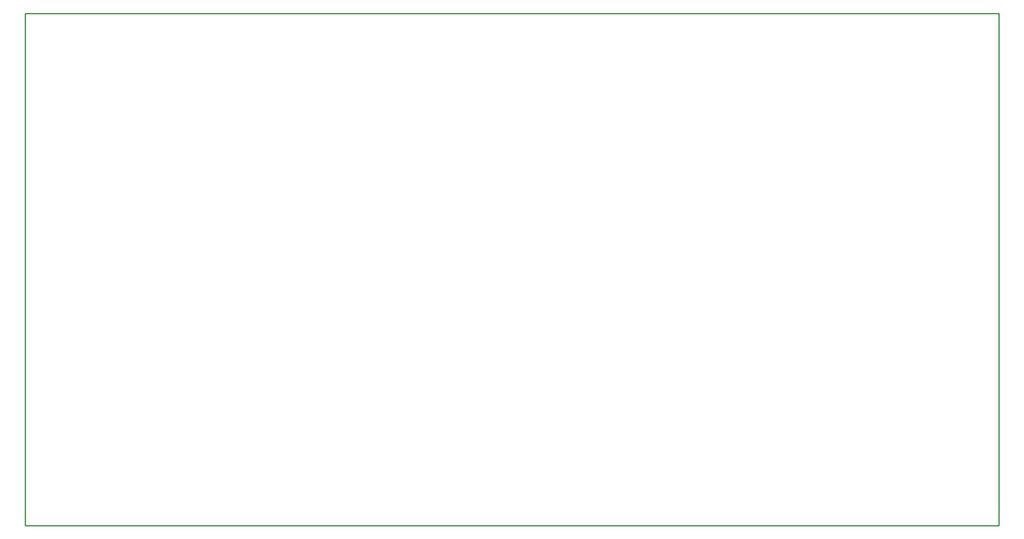
<source format=gko>
G04*
G04 #@! TF.GenerationSoftware,Altium Limited,Altium Designer,20.2.5 (213)*
G04*
G04 Layer_Color=16711935*
%FSTAX24Y24*%
%MOIN*%
G70*
G04*
G04 #@! TF.SameCoordinates,673CB199-A7F1-4250-81FB-05A331180C63*
G04*
G04*
G04 #@! TF.FilePolarity,Positive*
G04*
G01*
G75*
%ADD11C,0.0100*%
D11*
X000009Y005259D02*
X07485D01*
X0Y04465D02*
X07485D01*
X07485Y005259D01*
X0Y00525D02*
Y04465D01*
M02*

</source>
